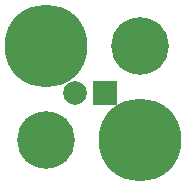
<source format=gbr>
G04 #@! TF.FileFunction,Copper,L1,Top,Signal*
%FSLAX46Y46*%
G04 Gerber Fmt 4.6, Leading zero omitted, Abs format (unit mm)*
G04 Created by KiCad (PCBNEW (2015-08-15 BZR 6092)-product) date 2/16/2016 11:30:52 AM*
%MOMM*%
G01*
G04 APERTURE LIST*
%ADD10C,0.100000*%
%ADD11R,2.000000X2.000000*%
%ADD12C,2.000000*%
%ADD13C,7.000000*%
%ADD14C,4.876800*%
G04 APERTURE END LIST*
D10*
D11*
X164000000Y-105000000D03*
D12*
X161460000Y-105000000D03*
D13*
X159000000Y-101000000D03*
D14*
X167000000Y-101000000D03*
X159000000Y-109000000D03*
D13*
X167000000Y-109000000D03*
M02*

</source>
